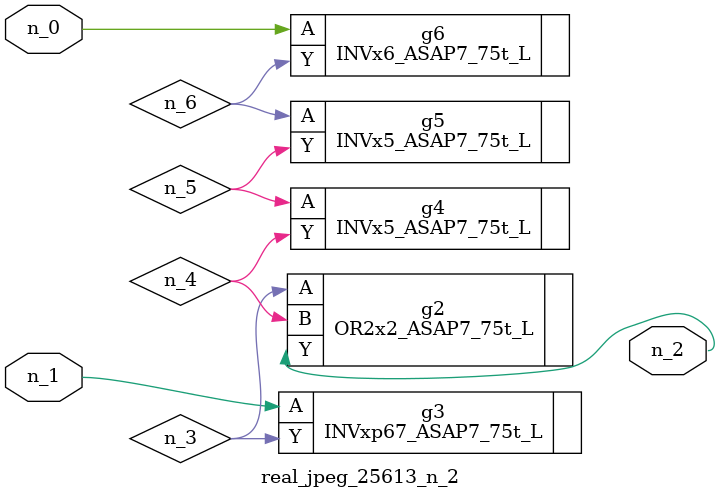
<source format=v>
module real_jpeg_25613_n_2 (n_1, n_0, n_2);

input n_1;
input n_0;

output n_2;

wire n_5;
wire n_4;
wire n_6;
wire n_3;

INVx6_ASAP7_75t_L g6 ( 
.A(n_0),
.Y(n_6)
);

INVxp67_ASAP7_75t_L g3 ( 
.A(n_1),
.Y(n_3)
);

OR2x2_ASAP7_75t_L g2 ( 
.A(n_3),
.B(n_4),
.Y(n_2)
);

INVx5_ASAP7_75t_L g4 ( 
.A(n_5),
.Y(n_4)
);

INVx5_ASAP7_75t_L g5 ( 
.A(n_6),
.Y(n_5)
);


endmodule
</source>
